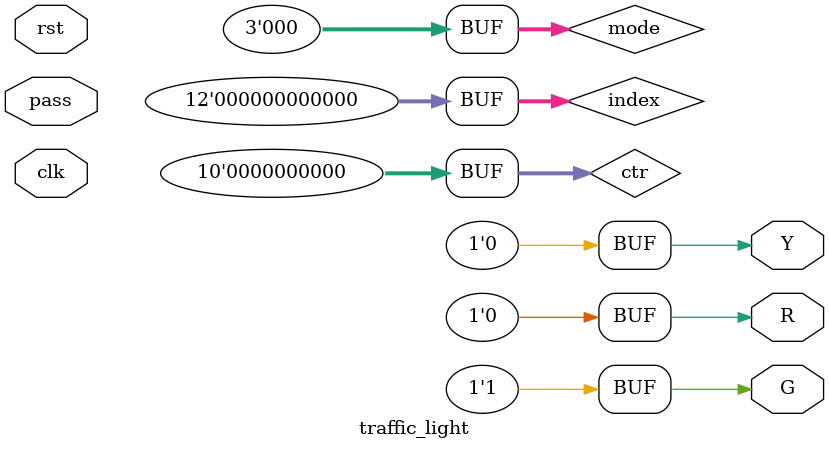
<source format=v>
module traffic_light (
    input  clk,
    input  rst,
    input  pass,
    output wire R,
    output wire G,
    output wire Y
);

reg [9:0] ctr ;
reg [2:0] mode ;
//mode 2'd0 = Green_1
//mode 2'd1 = None_1
//mode 2'd2 = Green_2
//mode 2'd3 = None_2
//mode 2'd4 = Green_3
//mode 2'd5 = Yellow
//mode 2'd6 = Red
reg [11:0] index ;

//initialize 
always @(rst) begin
    ctr <= 10'd0 ;
    mode <= 3'd0 ;
    index <= 12'd0 ;
end

always @(posedge clk) begin
    index <= index + 12'd1 ;

    if(pass && mode != 3'd0) begin
        ctr <= 10'd0 ;
        mode <= 3'd0 ;
    end 
    
    else begin
        case (mode)
        3'd0: begin
            if(ctr == 10'd511) begin
                mode <= mode + 3'd1 ;
                ctr <= 10'd0 ;
            end
            else begin
                ctr <= ctr + 10'd1 ;
            end
        end
        3'd1: begin
            if(ctr == 10'd63) begin
                mode <= mode + 3'd1 ;
                ctr <= 10'd0 ;
            end
            else begin
                ctr <= ctr+ 10'd1 ;
            end
        end
        3'd2: begin
            if(ctr == 10'd63) begin
                mode <= mode + 3'd1 ;
                ctr <= 10'd0 ;
            end
            else begin
                ctr <= ctr + 10'd1 ;
            end
        end
        3'd3: begin
            if(ctr == 10'd63) begin
                mode <= mode + 3'd1 ;
                ctr <= 10'd0 ;
            end
            else begin
                ctr <= ctr + 10'd1 ;
            end
        end
        3'd4: begin
            if(ctr == 10'd63) begin
                mode <= mode + 3'd1 ;
                ctr <= 10'd0 ;
            end
            else begin
                ctr <= ctr + 10'd1 ;
            end
        end
        3'd5: begin
            if(ctr == 10'd255) begin
                mode <= mode + 3'd1 ;
                ctr <= 10'd0 ;
            end
            else begin
                ctr <= ctr + 10'd1 ;
            end
        end
        3'd6: begin
            if(ctr == 10'd511) begin
                mode <= 3'd0 ;
                ctr <= 10'd0 ;
            end
            else begin
                ctr <= ctr + 10'd1 ;
            end
        end
        endcase    
    end
    
end

assign G = (mode == 3'd0 || mode == 3'd2 || mode == 3'd4) ? 1 : 0 ;
assign Y = (mode == 3'd5) ? 1 : 0 ;
assign R = (mode == 3'd6) ? 1 : 0 ;

endmodule

</source>
